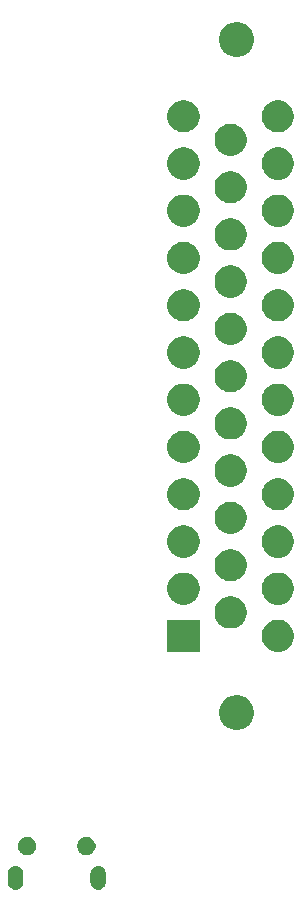
<source format=gbr>
G04 #@! TF.GenerationSoftware,KiCad,Pcbnew,5.0.0-fee4fd1~66~ubuntu16.04.1*
G04 #@! TF.CreationDate,2019-03-17T00:35:17-04:00*
G04 #@! TF.ProjectId,sensing_board,73656E73696E675F626F6172642E6B69,rev?*
G04 #@! TF.SameCoordinates,Original*
G04 #@! TF.FileFunction,Soldermask,Bot*
G04 #@! TF.FilePolarity,Negative*
%FSLAX46Y46*%
G04 Gerber Fmt 4.6, Leading zero omitted, Abs format (unit mm)*
G04 Created by KiCad (PCBNEW 5.0.0-fee4fd1~66~ubuntu16.04.1) date Sun Mar 17 00:35:17 2019*
%MOMM*%
%LPD*%
G01*
G04 APERTURE LIST*
%ADD10C,0.100000*%
G04 APERTURE END LIST*
D10*
G36*
X197466178Y-135157500D02*
X197547987Y-135182317D01*
X197588893Y-135194725D01*
X197689051Y-135248261D01*
X197701986Y-135255175D01*
X197801113Y-135336527D01*
X197882465Y-135435654D01*
X197882466Y-135435656D01*
X197942915Y-135548747D01*
X197942916Y-135548750D01*
X197980140Y-135671462D01*
X197989560Y-135767107D01*
X197989560Y-136531053D01*
X197980140Y-136626698D01*
X197955323Y-136708507D01*
X197942915Y-136749413D01*
X197889379Y-136849571D01*
X197882465Y-136862506D01*
X197801113Y-136961633D01*
X197701985Y-137042985D01*
X197649342Y-137071123D01*
X197588892Y-137103435D01*
X197547986Y-137115843D01*
X197466177Y-137140660D01*
X197338560Y-137153229D01*
X197210942Y-137140660D01*
X197129133Y-137115843D01*
X197088227Y-137103435D01*
X196975136Y-137042986D01*
X196975134Y-137042985D01*
X196876007Y-136961633D01*
X196794655Y-136862505D01*
X196734206Y-136749413D01*
X196734205Y-136749412D01*
X196696981Y-136626699D01*
X196696980Y-136626697D01*
X196687560Y-136531052D01*
X196687560Y-135767107D01*
X196696980Y-135671462D01*
X196734205Y-135548748D01*
X196794656Y-135435654D01*
X196876008Y-135336527D01*
X196975135Y-135255175D01*
X196988070Y-135248261D01*
X197088228Y-135194725D01*
X197129134Y-135182317D01*
X197210943Y-135157500D01*
X197338560Y-135144931D01*
X197466178Y-135157500D01*
X197466178Y-135157500D01*
G37*
G36*
X204466177Y-135157500D02*
X204547986Y-135182317D01*
X204588892Y-135194725D01*
X204649342Y-135227037D01*
X204701985Y-135255175D01*
X204801113Y-135336527D01*
X204882465Y-135435654D01*
X204882466Y-135435656D01*
X204942915Y-135548747D01*
X204942916Y-135548750D01*
X204980140Y-135671462D01*
X204989560Y-135767107D01*
X204989560Y-136531053D01*
X204980140Y-136626698D01*
X204955323Y-136708507D01*
X204942915Y-136749413D01*
X204889379Y-136849571D01*
X204882465Y-136862506D01*
X204801113Y-136961633D01*
X204701986Y-137042985D01*
X204701984Y-137042986D01*
X204588893Y-137103435D01*
X204547987Y-137115843D01*
X204466178Y-137140660D01*
X204338560Y-137153229D01*
X204210943Y-137140660D01*
X204129134Y-137115843D01*
X204088228Y-137103435D01*
X203975137Y-137042986D01*
X203975135Y-137042985D01*
X203876008Y-136961633D01*
X203794656Y-136862506D01*
X203734205Y-136749412D01*
X203696980Y-136626698D01*
X203687560Y-136531053D01*
X203687560Y-135767108D01*
X203696980Y-135671463D01*
X203721797Y-135589654D01*
X203734205Y-135548748D01*
X203766517Y-135488298D01*
X203794655Y-135435655D01*
X203876007Y-135336527D01*
X203975134Y-135255175D01*
X203988069Y-135248261D01*
X204088227Y-135194725D01*
X204129133Y-135182317D01*
X204210942Y-135157500D01*
X204338560Y-135144931D01*
X204466177Y-135157500D01*
X204466177Y-135157500D01*
G37*
G36*
X203564909Y-132702900D02*
X203564912Y-132702901D01*
X203564911Y-132702901D01*
X203706134Y-132761397D01*
X203706135Y-132761398D01*
X203833234Y-132846323D01*
X203941317Y-132954406D01*
X203941319Y-132954409D01*
X204026243Y-133081506D01*
X204071487Y-133190737D01*
X204084740Y-133222731D01*
X204114560Y-133372649D01*
X204114560Y-133525511D01*
X204084740Y-133675429D01*
X204084739Y-133675431D01*
X204026243Y-133816654D01*
X204026242Y-133816655D01*
X203941317Y-133943754D01*
X203833234Y-134051837D01*
X203833231Y-134051839D01*
X203706134Y-134136763D01*
X203596903Y-134182007D01*
X203564909Y-134195260D01*
X203414991Y-134225080D01*
X203262129Y-134225080D01*
X203112211Y-134195260D01*
X203080217Y-134182007D01*
X202970986Y-134136763D01*
X202843889Y-134051839D01*
X202843886Y-134051837D01*
X202735803Y-133943754D01*
X202650878Y-133816655D01*
X202650877Y-133816654D01*
X202592381Y-133675431D01*
X202592380Y-133675429D01*
X202562560Y-133525511D01*
X202562560Y-133372649D01*
X202592380Y-133222731D01*
X202605633Y-133190737D01*
X202650877Y-133081506D01*
X202735801Y-132954409D01*
X202735803Y-132954406D01*
X202843886Y-132846323D01*
X202970985Y-132761398D01*
X202970986Y-132761397D01*
X203112209Y-132702901D01*
X203112208Y-132702901D01*
X203112211Y-132702900D01*
X203262129Y-132673080D01*
X203414991Y-132673080D01*
X203564909Y-132702900D01*
X203564909Y-132702900D01*
G37*
G36*
X198564909Y-132702900D02*
X198564912Y-132702901D01*
X198564911Y-132702901D01*
X198706134Y-132761397D01*
X198706135Y-132761398D01*
X198833234Y-132846323D01*
X198941317Y-132954406D01*
X198941319Y-132954409D01*
X199026243Y-133081506D01*
X199071487Y-133190737D01*
X199084740Y-133222731D01*
X199114560Y-133372649D01*
X199114560Y-133525511D01*
X199084740Y-133675429D01*
X199084739Y-133675431D01*
X199026243Y-133816654D01*
X199026242Y-133816655D01*
X198941317Y-133943754D01*
X198833234Y-134051837D01*
X198833231Y-134051839D01*
X198706134Y-134136763D01*
X198596903Y-134182007D01*
X198564909Y-134195260D01*
X198414991Y-134225080D01*
X198262129Y-134225080D01*
X198112211Y-134195260D01*
X198080217Y-134182007D01*
X197970986Y-134136763D01*
X197843889Y-134051839D01*
X197843886Y-134051837D01*
X197735803Y-133943754D01*
X197650878Y-133816655D01*
X197650877Y-133816654D01*
X197592381Y-133675431D01*
X197592380Y-133675429D01*
X197562560Y-133525511D01*
X197562560Y-133372649D01*
X197592380Y-133222731D01*
X197605633Y-133190737D01*
X197650877Y-133081506D01*
X197735801Y-132954409D01*
X197735803Y-132954406D01*
X197843886Y-132846323D01*
X197970985Y-132761398D01*
X197970986Y-132761397D01*
X198112209Y-132702901D01*
X198112208Y-132702901D01*
X198112211Y-132702900D01*
X198262129Y-132673080D01*
X198414991Y-132673080D01*
X198564909Y-132702900D01*
X198564909Y-132702900D01*
G37*
G36*
X216492211Y-120747241D02*
X216760829Y-120858506D01*
X217002578Y-121020038D01*
X217208162Y-121225622D01*
X217369694Y-121467371D01*
X217480959Y-121735989D01*
X217537680Y-122021145D01*
X217537680Y-122311895D01*
X217480959Y-122597051D01*
X217369694Y-122865669D01*
X217208162Y-123107418D01*
X217002578Y-123313002D01*
X216760829Y-123474534D01*
X216492211Y-123585799D01*
X216207055Y-123642520D01*
X215916305Y-123642520D01*
X215631149Y-123585799D01*
X215362531Y-123474534D01*
X215120782Y-123313002D01*
X214915198Y-123107418D01*
X214753666Y-122865669D01*
X214642401Y-122597051D01*
X214585680Y-122311895D01*
X214585680Y-122021145D01*
X214642401Y-121735989D01*
X214753666Y-121467371D01*
X214915198Y-121225622D01*
X215120782Y-121020038D01*
X215362531Y-120858506D01*
X215631149Y-120747241D01*
X215916305Y-120690520D01*
X216207055Y-120690520D01*
X216492211Y-120747241D01*
X216492211Y-120747241D01*
G37*
G36*
X212925180Y-117030020D02*
X210198180Y-117030020D01*
X210198180Y-114303020D01*
X212925180Y-114303020D01*
X212925180Y-117030020D01*
X212925180Y-117030020D01*
G37*
G36*
X219959395Y-114355418D02*
X219959397Y-114355419D01*
X219959398Y-114355419D01*
X220207539Y-114458202D01*
X220207540Y-114458203D01*
X220430863Y-114607423D01*
X220620777Y-114797337D01*
X220620779Y-114797340D01*
X220769998Y-115020661D01*
X220872781Y-115268802D01*
X220925180Y-115532227D01*
X220925180Y-115800813D01*
X220872781Y-116064238D01*
X220769998Y-116312379D01*
X220769997Y-116312380D01*
X220620777Y-116535703D01*
X220430863Y-116725617D01*
X220430860Y-116725619D01*
X220207539Y-116874838D01*
X219959398Y-116977621D01*
X219959397Y-116977621D01*
X219959395Y-116977622D01*
X219695974Y-117030020D01*
X219427386Y-117030020D01*
X219163965Y-116977622D01*
X219163963Y-116977621D01*
X219163962Y-116977621D01*
X218915821Y-116874838D01*
X218692500Y-116725619D01*
X218692497Y-116725617D01*
X218502583Y-116535703D01*
X218353363Y-116312380D01*
X218353362Y-116312379D01*
X218250579Y-116064238D01*
X218198180Y-115800813D01*
X218198180Y-115532227D01*
X218250579Y-115268802D01*
X218353362Y-115020661D01*
X218502581Y-114797340D01*
X218502583Y-114797337D01*
X218692497Y-114607423D01*
X218915820Y-114458203D01*
X218915821Y-114458202D01*
X219163962Y-114355419D01*
X219163963Y-114355419D01*
X219163965Y-114355418D01*
X219427386Y-114303020D01*
X219695974Y-114303020D01*
X219959395Y-114355418D01*
X219959395Y-114355418D01*
G37*
G36*
X215959395Y-112355418D02*
X215959397Y-112355419D01*
X215959398Y-112355419D01*
X216207539Y-112458202D01*
X216207540Y-112458203D01*
X216430863Y-112607423D01*
X216620777Y-112797337D01*
X216620779Y-112797340D01*
X216769998Y-113020661D01*
X216872781Y-113268802D01*
X216925180Y-113532227D01*
X216925180Y-113800813D01*
X216872781Y-114064238D01*
X216769998Y-114312379D01*
X216769997Y-114312380D01*
X216620777Y-114535703D01*
X216430863Y-114725617D01*
X216430860Y-114725619D01*
X216207539Y-114874838D01*
X215959398Y-114977621D01*
X215959397Y-114977621D01*
X215959395Y-114977622D01*
X215695974Y-115030020D01*
X215427386Y-115030020D01*
X215163965Y-114977622D01*
X215163963Y-114977621D01*
X215163962Y-114977621D01*
X214915821Y-114874838D01*
X214692500Y-114725619D01*
X214692497Y-114725617D01*
X214502583Y-114535703D01*
X214353363Y-114312380D01*
X214353362Y-114312379D01*
X214250579Y-114064238D01*
X214198180Y-113800813D01*
X214198180Y-113532227D01*
X214250579Y-113268802D01*
X214353362Y-113020661D01*
X214502581Y-112797340D01*
X214502583Y-112797337D01*
X214692497Y-112607423D01*
X214915820Y-112458203D01*
X214915821Y-112458202D01*
X215163962Y-112355419D01*
X215163963Y-112355419D01*
X215163965Y-112355418D01*
X215427386Y-112303020D01*
X215695974Y-112303020D01*
X215959395Y-112355418D01*
X215959395Y-112355418D01*
G37*
G36*
X211959395Y-110355418D02*
X211959397Y-110355419D01*
X211959398Y-110355419D01*
X212207539Y-110458202D01*
X212207540Y-110458203D01*
X212430863Y-110607423D01*
X212620777Y-110797337D01*
X212620779Y-110797340D01*
X212769998Y-111020661D01*
X212872781Y-111268802D01*
X212925180Y-111532227D01*
X212925180Y-111800813D01*
X212872781Y-112064238D01*
X212769998Y-112312379D01*
X212769997Y-112312380D01*
X212620777Y-112535703D01*
X212430863Y-112725617D01*
X212430860Y-112725619D01*
X212207539Y-112874838D01*
X211959398Y-112977621D01*
X211959397Y-112977621D01*
X211959395Y-112977622D01*
X211695974Y-113030020D01*
X211427386Y-113030020D01*
X211163965Y-112977622D01*
X211163963Y-112977621D01*
X211163962Y-112977621D01*
X210915821Y-112874838D01*
X210692500Y-112725619D01*
X210692497Y-112725617D01*
X210502583Y-112535703D01*
X210353363Y-112312380D01*
X210353362Y-112312379D01*
X210250579Y-112064238D01*
X210198180Y-111800813D01*
X210198180Y-111532227D01*
X210250579Y-111268802D01*
X210353362Y-111020661D01*
X210502581Y-110797340D01*
X210502583Y-110797337D01*
X210692497Y-110607423D01*
X210915820Y-110458203D01*
X210915821Y-110458202D01*
X211163962Y-110355419D01*
X211163963Y-110355419D01*
X211163965Y-110355418D01*
X211427386Y-110303020D01*
X211695974Y-110303020D01*
X211959395Y-110355418D01*
X211959395Y-110355418D01*
G37*
G36*
X219959395Y-110355418D02*
X219959397Y-110355419D01*
X219959398Y-110355419D01*
X220207539Y-110458202D01*
X220207540Y-110458203D01*
X220430863Y-110607423D01*
X220620777Y-110797337D01*
X220620779Y-110797340D01*
X220769998Y-111020661D01*
X220872781Y-111268802D01*
X220925180Y-111532227D01*
X220925180Y-111800813D01*
X220872781Y-112064238D01*
X220769998Y-112312379D01*
X220769997Y-112312380D01*
X220620777Y-112535703D01*
X220430863Y-112725617D01*
X220430860Y-112725619D01*
X220207539Y-112874838D01*
X219959398Y-112977621D01*
X219959397Y-112977621D01*
X219959395Y-112977622D01*
X219695974Y-113030020D01*
X219427386Y-113030020D01*
X219163965Y-112977622D01*
X219163963Y-112977621D01*
X219163962Y-112977621D01*
X218915821Y-112874838D01*
X218692500Y-112725619D01*
X218692497Y-112725617D01*
X218502583Y-112535703D01*
X218353363Y-112312380D01*
X218353362Y-112312379D01*
X218250579Y-112064238D01*
X218198180Y-111800813D01*
X218198180Y-111532227D01*
X218250579Y-111268802D01*
X218353362Y-111020661D01*
X218502581Y-110797340D01*
X218502583Y-110797337D01*
X218692497Y-110607423D01*
X218915820Y-110458203D01*
X218915821Y-110458202D01*
X219163962Y-110355419D01*
X219163963Y-110355419D01*
X219163965Y-110355418D01*
X219427386Y-110303020D01*
X219695974Y-110303020D01*
X219959395Y-110355418D01*
X219959395Y-110355418D01*
G37*
G36*
X215959395Y-108355418D02*
X215959397Y-108355419D01*
X215959398Y-108355419D01*
X216207539Y-108458202D01*
X216207540Y-108458203D01*
X216430863Y-108607423D01*
X216620777Y-108797337D01*
X216620779Y-108797340D01*
X216769998Y-109020661D01*
X216872781Y-109268802D01*
X216925180Y-109532227D01*
X216925180Y-109800813D01*
X216872781Y-110064238D01*
X216769998Y-110312379D01*
X216769997Y-110312380D01*
X216620777Y-110535703D01*
X216430863Y-110725617D01*
X216430860Y-110725619D01*
X216207539Y-110874838D01*
X215959398Y-110977621D01*
X215959397Y-110977621D01*
X215959395Y-110977622D01*
X215695974Y-111030020D01*
X215427386Y-111030020D01*
X215163965Y-110977622D01*
X215163963Y-110977621D01*
X215163962Y-110977621D01*
X214915821Y-110874838D01*
X214692500Y-110725619D01*
X214692497Y-110725617D01*
X214502583Y-110535703D01*
X214353363Y-110312380D01*
X214353362Y-110312379D01*
X214250579Y-110064238D01*
X214198180Y-109800813D01*
X214198180Y-109532227D01*
X214250579Y-109268802D01*
X214353362Y-109020661D01*
X214502581Y-108797340D01*
X214502583Y-108797337D01*
X214692497Y-108607423D01*
X214915820Y-108458203D01*
X214915821Y-108458202D01*
X215163962Y-108355419D01*
X215163963Y-108355419D01*
X215163965Y-108355418D01*
X215427386Y-108303020D01*
X215695974Y-108303020D01*
X215959395Y-108355418D01*
X215959395Y-108355418D01*
G37*
G36*
X219959395Y-106355418D02*
X219959397Y-106355419D01*
X219959398Y-106355419D01*
X220207539Y-106458202D01*
X220207540Y-106458203D01*
X220430863Y-106607423D01*
X220620777Y-106797337D01*
X220620779Y-106797340D01*
X220769998Y-107020661D01*
X220872781Y-107268802D01*
X220925180Y-107532227D01*
X220925180Y-107800813D01*
X220872781Y-108064238D01*
X220769998Y-108312379D01*
X220769997Y-108312380D01*
X220620777Y-108535703D01*
X220430863Y-108725617D01*
X220430860Y-108725619D01*
X220207539Y-108874838D01*
X219959398Y-108977621D01*
X219959397Y-108977621D01*
X219959395Y-108977622D01*
X219695974Y-109030020D01*
X219427386Y-109030020D01*
X219163965Y-108977622D01*
X219163963Y-108977621D01*
X219163962Y-108977621D01*
X218915821Y-108874838D01*
X218692500Y-108725619D01*
X218692497Y-108725617D01*
X218502583Y-108535703D01*
X218353363Y-108312380D01*
X218353362Y-108312379D01*
X218250579Y-108064238D01*
X218198180Y-107800813D01*
X218198180Y-107532227D01*
X218250579Y-107268802D01*
X218353362Y-107020661D01*
X218502581Y-106797340D01*
X218502583Y-106797337D01*
X218692497Y-106607423D01*
X218915820Y-106458203D01*
X218915821Y-106458202D01*
X219163962Y-106355419D01*
X219163963Y-106355419D01*
X219163965Y-106355418D01*
X219427386Y-106303020D01*
X219695974Y-106303020D01*
X219959395Y-106355418D01*
X219959395Y-106355418D01*
G37*
G36*
X211959395Y-106355418D02*
X211959397Y-106355419D01*
X211959398Y-106355419D01*
X212207539Y-106458202D01*
X212207540Y-106458203D01*
X212430863Y-106607423D01*
X212620777Y-106797337D01*
X212620779Y-106797340D01*
X212769998Y-107020661D01*
X212872781Y-107268802D01*
X212925180Y-107532227D01*
X212925180Y-107800813D01*
X212872781Y-108064238D01*
X212769998Y-108312379D01*
X212769997Y-108312380D01*
X212620777Y-108535703D01*
X212430863Y-108725617D01*
X212430860Y-108725619D01*
X212207539Y-108874838D01*
X211959398Y-108977621D01*
X211959397Y-108977621D01*
X211959395Y-108977622D01*
X211695974Y-109030020D01*
X211427386Y-109030020D01*
X211163965Y-108977622D01*
X211163963Y-108977621D01*
X211163962Y-108977621D01*
X210915821Y-108874838D01*
X210692500Y-108725619D01*
X210692497Y-108725617D01*
X210502583Y-108535703D01*
X210353363Y-108312380D01*
X210353362Y-108312379D01*
X210250579Y-108064238D01*
X210198180Y-107800813D01*
X210198180Y-107532227D01*
X210250579Y-107268802D01*
X210353362Y-107020661D01*
X210502581Y-106797340D01*
X210502583Y-106797337D01*
X210692497Y-106607423D01*
X210915820Y-106458203D01*
X210915821Y-106458202D01*
X211163962Y-106355419D01*
X211163963Y-106355419D01*
X211163965Y-106355418D01*
X211427386Y-106303020D01*
X211695974Y-106303020D01*
X211959395Y-106355418D01*
X211959395Y-106355418D01*
G37*
G36*
X215959395Y-104355418D02*
X215959397Y-104355419D01*
X215959398Y-104355419D01*
X216207539Y-104458202D01*
X216207540Y-104458203D01*
X216430863Y-104607423D01*
X216620777Y-104797337D01*
X216620779Y-104797340D01*
X216769998Y-105020661D01*
X216872781Y-105268802D01*
X216925180Y-105532227D01*
X216925180Y-105800813D01*
X216872781Y-106064238D01*
X216769998Y-106312379D01*
X216769997Y-106312380D01*
X216620777Y-106535703D01*
X216430863Y-106725617D01*
X216430860Y-106725619D01*
X216207539Y-106874838D01*
X215959398Y-106977621D01*
X215959397Y-106977621D01*
X215959395Y-106977622D01*
X215695974Y-107030020D01*
X215427386Y-107030020D01*
X215163965Y-106977622D01*
X215163963Y-106977621D01*
X215163962Y-106977621D01*
X214915821Y-106874838D01*
X214692500Y-106725619D01*
X214692497Y-106725617D01*
X214502583Y-106535703D01*
X214353363Y-106312380D01*
X214353362Y-106312379D01*
X214250579Y-106064238D01*
X214198180Y-105800813D01*
X214198180Y-105532227D01*
X214250579Y-105268802D01*
X214353362Y-105020661D01*
X214502581Y-104797340D01*
X214502583Y-104797337D01*
X214692497Y-104607423D01*
X214915820Y-104458203D01*
X214915821Y-104458202D01*
X215163962Y-104355419D01*
X215163963Y-104355419D01*
X215163965Y-104355418D01*
X215427386Y-104303020D01*
X215695974Y-104303020D01*
X215959395Y-104355418D01*
X215959395Y-104355418D01*
G37*
G36*
X219959395Y-102355418D02*
X219959397Y-102355419D01*
X219959398Y-102355419D01*
X220207539Y-102458202D01*
X220207540Y-102458203D01*
X220430863Y-102607423D01*
X220620777Y-102797337D01*
X220620779Y-102797340D01*
X220769998Y-103020661D01*
X220872781Y-103268802D01*
X220925180Y-103532227D01*
X220925180Y-103800813D01*
X220872781Y-104064238D01*
X220769998Y-104312379D01*
X220769997Y-104312380D01*
X220620777Y-104535703D01*
X220430863Y-104725617D01*
X220430860Y-104725619D01*
X220207539Y-104874838D01*
X219959398Y-104977621D01*
X219959397Y-104977621D01*
X219959395Y-104977622D01*
X219695974Y-105030020D01*
X219427386Y-105030020D01*
X219163965Y-104977622D01*
X219163963Y-104977621D01*
X219163962Y-104977621D01*
X218915821Y-104874838D01*
X218692500Y-104725619D01*
X218692497Y-104725617D01*
X218502583Y-104535703D01*
X218353363Y-104312380D01*
X218353362Y-104312379D01*
X218250579Y-104064238D01*
X218198180Y-103800813D01*
X218198180Y-103532227D01*
X218250579Y-103268802D01*
X218353362Y-103020661D01*
X218502581Y-102797340D01*
X218502583Y-102797337D01*
X218692497Y-102607423D01*
X218915820Y-102458203D01*
X218915821Y-102458202D01*
X219163962Y-102355419D01*
X219163963Y-102355419D01*
X219163965Y-102355418D01*
X219427386Y-102303020D01*
X219695974Y-102303020D01*
X219959395Y-102355418D01*
X219959395Y-102355418D01*
G37*
G36*
X211959395Y-102355418D02*
X211959397Y-102355419D01*
X211959398Y-102355419D01*
X212207539Y-102458202D01*
X212207540Y-102458203D01*
X212430863Y-102607423D01*
X212620777Y-102797337D01*
X212620779Y-102797340D01*
X212769998Y-103020661D01*
X212872781Y-103268802D01*
X212925180Y-103532227D01*
X212925180Y-103800813D01*
X212872781Y-104064238D01*
X212769998Y-104312379D01*
X212769997Y-104312380D01*
X212620777Y-104535703D01*
X212430863Y-104725617D01*
X212430860Y-104725619D01*
X212207539Y-104874838D01*
X211959398Y-104977621D01*
X211959397Y-104977621D01*
X211959395Y-104977622D01*
X211695974Y-105030020D01*
X211427386Y-105030020D01*
X211163965Y-104977622D01*
X211163963Y-104977621D01*
X211163962Y-104977621D01*
X210915821Y-104874838D01*
X210692500Y-104725619D01*
X210692497Y-104725617D01*
X210502583Y-104535703D01*
X210353363Y-104312380D01*
X210353362Y-104312379D01*
X210250579Y-104064238D01*
X210198180Y-103800813D01*
X210198180Y-103532227D01*
X210250579Y-103268802D01*
X210353362Y-103020661D01*
X210502581Y-102797340D01*
X210502583Y-102797337D01*
X210692497Y-102607423D01*
X210915820Y-102458203D01*
X210915821Y-102458202D01*
X211163962Y-102355419D01*
X211163963Y-102355419D01*
X211163965Y-102355418D01*
X211427386Y-102303020D01*
X211695974Y-102303020D01*
X211959395Y-102355418D01*
X211959395Y-102355418D01*
G37*
G36*
X215959395Y-100355418D02*
X215959397Y-100355419D01*
X215959398Y-100355419D01*
X216207539Y-100458202D01*
X216207540Y-100458203D01*
X216430863Y-100607423D01*
X216620777Y-100797337D01*
X216620779Y-100797340D01*
X216769998Y-101020661D01*
X216872781Y-101268802D01*
X216925180Y-101532227D01*
X216925180Y-101800813D01*
X216872781Y-102064238D01*
X216769998Y-102312379D01*
X216769997Y-102312380D01*
X216620777Y-102535703D01*
X216430863Y-102725617D01*
X216430860Y-102725619D01*
X216207539Y-102874838D01*
X215959398Y-102977621D01*
X215959397Y-102977621D01*
X215959395Y-102977622D01*
X215695974Y-103030020D01*
X215427386Y-103030020D01*
X215163965Y-102977622D01*
X215163963Y-102977621D01*
X215163962Y-102977621D01*
X214915821Y-102874838D01*
X214692500Y-102725619D01*
X214692497Y-102725617D01*
X214502583Y-102535703D01*
X214353363Y-102312380D01*
X214353362Y-102312379D01*
X214250579Y-102064238D01*
X214198180Y-101800813D01*
X214198180Y-101532227D01*
X214250579Y-101268802D01*
X214353362Y-101020661D01*
X214502581Y-100797340D01*
X214502583Y-100797337D01*
X214692497Y-100607423D01*
X214915820Y-100458203D01*
X214915821Y-100458202D01*
X215163962Y-100355419D01*
X215163963Y-100355419D01*
X215163965Y-100355418D01*
X215427386Y-100303020D01*
X215695974Y-100303020D01*
X215959395Y-100355418D01*
X215959395Y-100355418D01*
G37*
G36*
X219959395Y-98355418D02*
X219959397Y-98355419D01*
X219959398Y-98355419D01*
X220207539Y-98458202D01*
X220207540Y-98458203D01*
X220430863Y-98607423D01*
X220620777Y-98797337D01*
X220620779Y-98797340D01*
X220769998Y-99020661D01*
X220872781Y-99268802D01*
X220925180Y-99532227D01*
X220925180Y-99800813D01*
X220872781Y-100064238D01*
X220769998Y-100312379D01*
X220769997Y-100312380D01*
X220620777Y-100535703D01*
X220430863Y-100725617D01*
X220430860Y-100725619D01*
X220207539Y-100874838D01*
X219959398Y-100977621D01*
X219959397Y-100977621D01*
X219959395Y-100977622D01*
X219695974Y-101030020D01*
X219427386Y-101030020D01*
X219163965Y-100977622D01*
X219163963Y-100977621D01*
X219163962Y-100977621D01*
X218915821Y-100874838D01*
X218692500Y-100725619D01*
X218692497Y-100725617D01*
X218502583Y-100535703D01*
X218353363Y-100312380D01*
X218353362Y-100312379D01*
X218250579Y-100064238D01*
X218198180Y-99800813D01*
X218198180Y-99532227D01*
X218250579Y-99268802D01*
X218353362Y-99020661D01*
X218502581Y-98797340D01*
X218502583Y-98797337D01*
X218692497Y-98607423D01*
X218915820Y-98458203D01*
X218915821Y-98458202D01*
X219163962Y-98355419D01*
X219163963Y-98355419D01*
X219163965Y-98355418D01*
X219427386Y-98303020D01*
X219695974Y-98303020D01*
X219959395Y-98355418D01*
X219959395Y-98355418D01*
G37*
G36*
X211959395Y-98355418D02*
X211959397Y-98355419D01*
X211959398Y-98355419D01*
X212207539Y-98458202D01*
X212207540Y-98458203D01*
X212430863Y-98607423D01*
X212620777Y-98797337D01*
X212620779Y-98797340D01*
X212769998Y-99020661D01*
X212872781Y-99268802D01*
X212925180Y-99532227D01*
X212925180Y-99800813D01*
X212872781Y-100064238D01*
X212769998Y-100312379D01*
X212769997Y-100312380D01*
X212620777Y-100535703D01*
X212430863Y-100725617D01*
X212430860Y-100725619D01*
X212207539Y-100874838D01*
X211959398Y-100977621D01*
X211959397Y-100977621D01*
X211959395Y-100977622D01*
X211695974Y-101030020D01*
X211427386Y-101030020D01*
X211163965Y-100977622D01*
X211163963Y-100977621D01*
X211163962Y-100977621D01*
X210915821Y-100874838D01*
X210692500Y-100725619D01*
X210692497Y-100725617D01*
X210502583Y-100535703D01*
X210353363Y-100312380D01*
X210353362Y-100312379D01*
X210250579Y-100064238D01*
X210198180Y-99800813D01*
X210198180Y-99532227D01*
X210250579Y-99268802D01*
X210353362Y-99020661D01*
X210502581Y-98797340D01*
X210502583Y-98797337D01*
X210692497Y-98607423D01*
X210915820Y-98458203D01*
X210915821Y-98458202D01*
X211163962Y-98355419D01*
X211163963Y-98355419D01*
X211163965Y-98355418D01*
X211427386Y-98303020D01*
X211695974Y-98303020D01*
X211959395Y-98355418D01*
X211959395Y-98355418D01*
G37*
G36*
X215959395Y-96355418D02*
X215959397Y-96355419D01*
X215959398Y-96355419D01*
X216207539Y-96458202D01*
X216207540Y-96458203D01*
X216430863Y-96607423D01*
X216620777Y-96797337D01*
X216620779Y-96797340D01*
X216769998Y-97020661D01*
X216872781Y-97268802D01*
X216925180Y-97532227D01*
X216925180Y-97800813D01*
X216872781Y-98064238D01*
X216769998Y-98312379D01*
X216769997Y-98312380D01*
X216620777Y-98535703D01*
X216430863Y-98725617D01*
X216430860Y-98725619D01*
X216207539Y-98874838D01*
X215959398Y-98977621D01*
X215959397Y-98977621D01*
X215959395Y-98977622D01*
X215695974Y-99030020D01*
X215427386Y-99030020D01*
X215163965Y-98977622D01*
X215163963Y-98977621D01*
X215163962Y-98977621D01*
X214915821Y-98874838D01*
X214692500Y-98725619D01*
X214692497Y-98725617D01*
X214502583Y-98535703D01*
X214353363Y-98312380D01*
X214353362Y-98312379D01*
X214250579Y-98064238D01*
X214198180Y-97800813D01*
X214198180Y-97532227D01*
X214250579Y-97268802D01*
X214353362Y-97020661D01*
X214502581Y-96797340D01*
X214502583Y-96797337D01*
X214692497Y-96607423D01*
X214915820Y-96458203D01*
X214915821Y-96458202D01*
X215163962Y-96355419D01*
X215163963Y-96355419D01*
X215163965Y-96355418D01*
X215427386Y-96303020D01*
X215695974Y-96303020D01*
X215959395Y-96355418D01*
X215959395Y-96355418D01*
G37*
G36*
X219959395Y-94355418D02*
X219959397Y-94355419D01*
X219959398Y-94355419D01*
X220207539Y-94458202D01*
X220207540Y-94458203D01*
X220430863Y-94607423D01*
X220620777Y-94797337D01*
X220620779Y-94797340D01*
X220769998Y-95020661D01*
X220872781Y-95268802D01*
X220925180Y-95532227D01*
X220925180Y-95800813D01*
X220872781Y-96064238D01*
X220769998Y-96312379D01*
X220769997Y-96312380D01*
X220620777Y-96535703D01*
X220430863Y-96725617D01*
X220430860Y-96725619D01*
X220207539Y-96874838D01*
X219959398Y-96977621D01*
X219959397Y-96977621D01*
X219959395Y-96977622D01*
X219695974Y-97030020D01*
X219427386Y-97030020D01*
X219163965Y-96977622D01*
X219163963Y-96977621D01*
X219163962Y-96977621D01*
X218915821Y-96874838D01*
X218692500Y-96725619D01*
X218692497Y-96725617D01*
X218502583Y-96535703D01*
X218353363Y-96312380D01*
X218353362Y-96312379D01*
X218250579Y-96064238D01*
X218198180Y-95800813D01*
X218198180Y-95532227D01*
X218250579Y-95268802D01*
X218353362Y-95020661D01*
X218502581Y-94797340D01*
X218502583Y-94797337D01*
X218692497Y-94607423D01*
X218915820Y-94458203D01*
X218915821Y-94458202D01*
X219163962Y-94355419D01*
X219163963Y-94355419D01*
X219163965Y-94355418D01*
X219427386Y-94303020D01*
X219695974Y-94303020D01*
X219959395Y-94355418D01*
X219959395Y-94355418D01*
G37*
G36*
X211959395Y-94355418D02*
X211959397Y-94355419D01*
X211959398Y-94355419D01*
X212207539Y-94458202D01*
X212207540Y-94458203D01*
X212430863Y-94607423D01*
X212620777Y-94797337D01*
X212620779Y-94797340D01*
X212769998Y-95020661D01*
X212872781Y-95268802D01*
X212925180Y-95532227D01*
X212925180Y-95800813D01*
X212872781Y-96064238D01*
X212769998Y-96312379D01*
X212769997Y-96312380D01*
X212620777Y-96535703D01*
X212430863Y-96725617D01*
X212430860Y-96725619D01*
X212207539Y-96874838D01*
X211959398Y-96977621D01*
X211959397Y-96977621D01*
X211959395Y-96977622D01*
X211695974Y-97030020D01*
X211427386Y-97030020D01*
X211163965Y-96977622D01*
X211163963Y-96977621D01*
X211163962Y-96977621D01*
X210915821Y-96874838D01*
X210692500Y-96725619D01*
X210692497Y-96725617D01*
X210502583Y-96535703D01*
X210353363Y-96312380D01*
X210353362Y-96312379D01*
X210250579Y-96064238D01*
X210198180Y-95800813D01*
X210198180Y-95532227D01*
X210250579Y-95268802D01*
X210353362Y-95020661D01*
X210502581Y-94797340D01*
X210502583Y-94797337D01*
X210692497Y-94607423D01*
X210915820Y-94458203D01*
X210915821Y-94458202D01*
X211163962Y-94355419D01*
X211163963Y-94355419D01*
X211163965Y-94355418D01*
X211427386Y-94303020D01*
X211695974Y-94303020D01*
X211959395Y-94355418D01*
X211959395Y-94355418D01*
G37*
G36*
X215959395Y-92355418D02*
X215959397Y-92355419D01*
X215959398Y-92355419D01*
X216207539Y-92458202D01*
X216207540Y-92458203D01*
X216430863Y-92607423D01*
X216620777Y-92797337D01*
X216620779Y-92797340D01*
X216769998Y-93020661D01*
X216872781Y-93268802D01*
X216925180Y-93532227D01*
X216925180Y-93800813D01*
X216872781Y-94064238D01*
X216769998Y-94312379D01*
X216769997Y-94312380D01*
X216620777Y-94535703D01*
X216430863Y-94725617D01*
X216430860Y-94725619D01*
X216207539Y-94874838D01*
X215959398Y-94977621D01*
X215959397Y-94977621D01*
X215959395Y-94977622D01*
X215695974Y-95030020D01*
X215427386Y-95030020D01*
X215163965Y-94977622D01*
X215163963Y-94977621D01*
X215163962Y-94977621D01*
X214915821Y-94874838D01*
X214692500Y-94725619D01*
X214692497Y-94725617D01*
X214502583Y-94535703D01*
X214353363Y-94312380D01*
X214353362Y-94312379D01*
X214250579Y-94064238D01*
X214198180Y-93800813D01*
X214198180Y-93532227D01*
X214250579Y-93268802D01*
X214353362Y-93020661D01*
X214502581Y-92797340D01*
X214502583Y-92797337D01*
X214692497Y-92607423D01*
X214915820Y-92458203D01*
X214915821Y-92458202D01*
X215163962Y-92355419D01*
X215163963Y-92355419D01*
X215163965Y-92355418D01*
X215427386Y-92303020D01*
X215695974Y-92303020D01*
X215959395Y-92355418D01*
X215959395Y-92355418D01*
G37*
G36*
X211959395Y-90355418D02*
X211959397Y-90355419D01*
X211959398Y-90355419D01*
X212207539Y-90458202D01*
X212207540Y-90458203D01*
X212430863Y-90607423D01*
X212620777Y-90797337D01*
X212620779Y-90797340D01*
X212769998Y-91020661D01*
X212872781Y-91268802D01*
X212925180Y-91532227D01*
X212925180Y-91800813D01*
X212872781Y-92064238D01*
X212769998Y-92312379D01*
X212769997Y-92312380D01*
X212620777Y-92535703D01*
X212430863Y-92725617D01*
X212430860Y-92725619D01*
X212207539Y-92874838D01*
X211959398Y-92977621D01*
X211959397Y-92977621D01*
X211959395Y-92977622D01*
X211695974Y-93030020D01*
X211427386Y-93030020D01*
X211163965Y-92977622D01*
X211163963Y-92977621D01*
X211163962Y-92977621D01*
X210915821Y-92874838D01*
X210692500Y-92725619D01*
X210692497Y-92725617D01*
X210502583Y-92535703D01*
X210353363Y-92312380D01*
X210353362Y-92312379D01*
X210250579Y-92064238D01*
X210198180Y-91800813D01*
X210198180Y-91532227D01*
X210250579Y-91268802D01*
X210353362Y-91020661D01*
X210502581Y-90797340D01*
X210502583Y-90797337D01*
X210692497Y-90607423D01*
X210915820Y-90458203D01*
X210915821Y-90458202D01*
X211163962Y-90355419D01*
X211163963Y-90355419D01*
X211163965Y-90355418D01*
X211427386Y-90303020D01*
X211695974Y-90303020D01*
X211959395Y-90355418D01*
X211959395Y-90355418D01*
G37*
G36*
X219959395Y-90355418D02*
X219959397Y-90355419D01*
X219959398Y-90355419D01*
X220207539Y-90458202D01*
X220207540Y-90458203D01*
X220430863Y-90607423D01*
X220620777Y-90797337D01*
X220620779Y-90797340D01*
X220769998Y-91020661D01*
X220872781Y-91268802D01*
X220925180Y-91532227D01*
X220925180Y-91800813D01*
X220872781Y-92064238D01*
X220769998Y-92312379D01*
X220769997Y-92312380D01*
X220620777Y-92535703D01*
X220430863Y-92725617D01*
X220430860Y-92725619D01*
X220207539Y-92874838D01*
X219959398Y-92977621D01*
X219959397Y-92977621D01*
X219959395Y-92977622D01*
X219695974Y-93030020D01*
X219427386Y-93030020D01*
X219163965Y-92977622D01*
X219163963Y-92977621D01*
X219163962Y-92977621D01*
X218915821Y-92874838D01*
X218692500Y-92725619D01*
X218692497Y-92725617D01*
X218502583Y-92535703D01*
X218353363Y-92312380D01*
X218353362Y-92312379D01*
X218250579Y-92064238D01*
X218198180Y-91800813D01*
X218198180Y-91532227D01*
X218250579Y-91268802D01*
X218353362Y-91020661D01*
X218502581Y-90797340D01*
X218502583Y-90797337D01*
X218692497Y-90607423D01*
X218915820Y-90458203D01*
X218915821Y-90458202D01*
X219163962Y-90355419D01*
X219163963Y-90355419D01*
X219163965Y-90355418D01*
X219427386Y-90303020D01*
X219695974Y-90303020D01*
X219959395Y-90355418D01*
X219959395Y-90355418D01*
G37*
G36*
X215959395Y-88355418D02*
X215959397Y-88355419D01*
X215959398Y-88355419D01*
X216207539Y-88458202D01*
X216207540Y-88458203D01*
X216430863Y-88607423D01*
X216620777Y-88797337D01*
X216620779Y-88797340D01*
X216769998Y-89020661D01*
X216872781Y-89268802D01*
X216925180Y-89532227D01*
X216925180Y-89800813D01*
X216872781Y-90064238D01*
X216769998Y-90312379D01*
X216769997Y-90312380D01*
X216620777Y-90535703D01*
X216430863Y-90725617D01*
X216430860Y-90725619D01*
X216207539Y-90874838D01*
X215959398Y-90977621D01*
X215959397Y-90977621D01*
X215959395Y-90977622D01*
X215695974Y-91030020D01*
X215427386Y-91030020D01*
X215163965Y-90977622D01*
X215163963Y-90977621D01*
X215163962Y-90977621D01*
X214915821Y-90874838D01*
X214692500Y-90725619D01*
X214692497Y-90725617D01*
X214502583Y-90535703D01*
X214353363Y-90312380D01*
X214353362Y-90312379D01*
X214250579Y-90064238D01*
X214198180Y-89800813D01*
X214198180Y-89532227D01*
X214250579Y-89268802D01*
X214353362Y-89020661D01*
X214502581Y-88797340D01*
X214502583Y-88797337D01*
X214692497Y-88607423D01*
X214915820Y-88458203D01*
X214915821Y-88458202D01*
X215163962Y-88355419D01*
X215163963Y-88355419D01*
X215163965Y-88355418D01*
X215427386Y-88303020D01*
X215695974Y-88303020D01*
X215959395Y-88355418D01*
X215959395Y-88355418D01*
G37*
G36*
X211959395Y-86355418D02*
X211959397Y-86355419D01*
X211959398Y-86355419D01*
X212207539Y-86458202D01*
X212207540Y-86458203D01*
X212430863Y-86607423D01*
X212620777Y-86797337D01*
X212620779Y-86797340D01*
X212769998Y-87020661D01*
X212872781Y-87268802D01*
X212925180Y-87532227D01*
X212925180Y-87800813D01*
X212872781Y-88064238D01*
X212769998Y-88312379D01*
X212769997Y-88312380D01*
X212620777Y-88535703D01*
X212430863Y-88725617D01*
X212430860Y-88725619D01*
X212207539Y-88874838D01*
X211959398Y-88977621D01*
X211959397Y-88977621D01*
X211959395Y-88977622D01*
X211695974Y-89030020D01*
X211427386Y-89030020D01*
X211163965Y-88977622D01*
X211163963Y-88977621D01*
X211163962Y-88977621D01*
X210915821Y-88874838D01*
X210692500Y-88725619D01*
X210692497Y-88725617D01*
X210502583Y-88535703D01*
X210353363Y-88312380D01*
X210353362Y-88312379D01*
X210250579Y-88064238D01*
X210198180Y-87800813D01*
X210198180Y-87532227D01*
X210250579Y-87268802D01*
X210353362Y-87020661D01*
X210502581Y-86797340D01*
X210502583Y-86797337D01*
X210692497Y-86607423D01*
X210915820Y-86458203D01*
X210915821Y-86458202D01*
X211163962Y-86355419D01*
X211163963Y-86355419D01*
X211163965Y-86355418D01*
X211427386Y-86303020D01*
X211695974Y-86303020D01*
X211959395Y-86355418D01*
X211959395Y-86355418D01*
G37*
G36*
X219959395Y-86355418D02*
X219959397Y-86355419D01*
X219959398Y-86355419D01*
X220207539Y-86458202D01*
X220207540Y-86458203D01*
X220430863Y-86607423D01*
X220620777Y-86797337D01*
X220620779Y-86797340D01*
X220769998Y-87020661D01*
X220872781Y-87268802D01*
X220925180Y-87532227D01*
X220925180Y-87800813D01*
X220872781Y-88064238D01*
X220769998Y-88312379D01*
X220769997Y-88312380D01*
X220620777Y-88535703D01*
X220430863Y-88725617D01*
X220430860Y-88725619D01*
X220207539Y-88874838D01*
X219959398Y-88977621D01*
X219959397Y-88977621D01*
X219959395Y-88977622D01*
X219695974Y-89030020D01*
X219427386Y-89030020D01*
X219163965Y-88977622D01*
X219163963Y-88977621D01*
X219163962Y-88977621D01*
X218915821Y-88874838D01*
X218692500Y-88725619D01*
X218692497Y-88725617D01*
X218502583Y-88535703D01*
X218353363Y-88312380D01*
X218353362Y-88312379D01*
X218250579Y-88064238D01*
X218198180Y-87800813D01*
X218198180Y-87532227D01*
X218250579Y-87268802D01*
X218353362Y-87020661D01*
X218502581Y-86797340D01*
X218502583Y-86797337D01*
X218692497Y-86607423D01*
X218915820Y-86458203D01*
X218915821Y-86458202D01*
X219163962Y-86355419D01*
X219163963Y-86355419D01*
X219163965Y-86355418D01*
X219427386Y-86303020D01*
X219695974Y-86303020D01*
X219959395Y-86355418D01*
X219959395Y-86355418D01*
G37*
G36*
X215959395Y-84355418D02*
X215959397Y-84355419D01*
X215959398Y-84355419D01*
X216207539Y-84458202D01*
X216207540Y-84458203D01*
X216430863Y-84607423D01*
X216620777Y-84797337D01*
X216620779Y-84797340D01*
X216769998Y-85020661D01*
X216872781Y-85268802D01*
X216925180Y-85532227D01*
X216925180Y-85800813D01*
X216872781Y-86064238D01*
X216769998Y-86312379D01*
X216769997Y-86312380D01*
X216620777Y-86535703D01*
X216430863Y-86725617D01*
X216430860Y-86725619D01*
X216207539Y-86874838D01*
X215959398Y-86977621D01*
X215959397Y-86977621D01*
X215959395Y-86977622D01*
X215695974Y-87030020D01*
X215427386Y-87030020D01*
X215163965Y-86977622D01*
X215163963Y-86977621D01*
X215163962Y-86977621D01*
X214915821Y-86874838D01*
X214692500Y-86725619D01*
X214692497Y-86725617D01*
X214502583Y-86535703D01*
X214353363Y-86312380D01*
X214353362Y-86312379D01*
X214250579Y-86064238D01*
X214198180Y-85800813D01*
X214198180Y-85532227D01*
X214250579Y-85268802D01*
X214353362Y-85020661D01*
X214502581Y-84797340D01*
X214502583Y-84797337D01*
X214692497Y-84607423D01*
X214915820Y-84458203D01*
X214915821Y-84458202D01*
X215163962Y-84355419D01*
X215163963Y-84355419D01*
X215163965Y-84355418D01*
X215427386Y-84303020D01*
X215695974Y-84303020D01*
X215959395Y-84355418D01*
X215959395Y-84355418D01*
G37*
G36*
X211959395Y-82355418D02*
X211959397Y-82355419D01*
X211959398Y-82355419D01*
X212207539Y-82458202D01*
X212207540Y-82458203D01*
X212430863Y-82607423D01*
X212620777Y-82797337D01*
X212620779Y-82797340D01*
X212769998Y-83020661D01*
X212872781Y-83268802D01*
X212925180Y-83532227D01*
X212925180Y-83800813D01*
X212872781Y-84064238D01*
X212769998Y-84312379D01*
X212769997Y-84312380D01*
X212620777Y-84535703D01*
X212430863Y-84725617D01*
X212430860Y-84725619D01*
X212207539Y-84874838D01*
X211959398Y-84977621D01*
X211959397Y-84977621D01*
X211959395Y-84977622D01*
X211695974Y-85030020D01*
X211427386Y-85030020D01*
X211163965Y-84977622D01*
X211163963Y-84977621D01*
X211163962Y-84977621D01*
X210915821Y-84874838D01*
X210692500Y-84725619D01*
X210692497Y-84725617D01*
X210502583Y-84535703D01*
X210353363Y-84312380D01*
X210353362Y-84312379D01*
X210250579Y-84064238D01*
X210198180Y-83800813D01*
X210198180Y-83532227D01*
X210250579Y-83268802D01*
X210353362Y-83020661D01*
X210502581Y-82797340D01*
X210502583Y-82797337D01*
X210692497Y-82607423D01*
X210915820Y-82458203D01*
X210915821Y-82458202D01*
X211163962Y-82355419D01*
X211163963Y-82355419D01*
X211163965Y-82355418D01*
X211427386Y-82303020D01*
X211695974Y-82303020D01*
X211959395Y-82355418D01*
X211959395Y-82355418D01*
G37*
G36*
X219959395Y-82355418D02*
X219959397Y-82355419D01*
X219959398Y-82355419D01*
X220207539Y-82458202D01*
X220207540Y-82458203D01*
X220430863Y-82607423D01*
X220620777Y-82797337D01*
X220620779Y-82797340D01*
X220769998Y-83020661D01*
X220872781Y-83268802D01*
X220925180Y-83532227D01*
X220925180Y-83800813D01*
X220872781Y-84064238D01*
X220769998Y-84312379D01*
X220769997Y-84312380D01*
X220620777Y-84535703D01*
X220430863Y-84725617D01*
X220430860Y-84725619D01*
X220207539Y-84874838D01*
X219959398Y-84977621D01*
X219959397Y-84977621D01*
X219959395Y-84977622D01*
X219695974Y-85030020D01*
X219427386Y-85030020D01*
X219163965Y-84977622D01*
X219163963Y-84977621D01*
X219163962Y-84977621D01*
X218915821Y-84874838D01*
X218692500Y-84725619D01*
X218692497Y-84725617D01*
X218502583Y-84535703D01*
X218353363Y-84312380D01*
X218353362Y-84312379D01*
X218250579Y-84064238D01*
X218198180Y-83800813D01*
X218198180Y-83532227D01*
X218250579Y-83268802D01*
X218353362Y-83020661D01*
X218502581Y-82797340D01*
X218502583Y-82797337D01*
X218692497Y-82607423D01*
X218915820Y-82458203D01*
X218915821Y-82458202D01*
X219163962Y-82355419D01*
X219163963Y-82355419D01*
X219163965Y-82355418D01*
X219427386Y-82303020D01*
X219695974Y-82303020D01*
X219959395Y-82355418D01*
X219959395Y-82355418D01*
G37*
G36*
X215959395Y-80355418D02*
X215959397Y-80355419D01*
X215959398Y-80355419D01*
X216207539Y-80458202D01*
X216207540Y-80458203D01*
X216430863Y-80607423D01*
X216620777Y-80797337D01*
X216620779Y-80797340D01*
X216769998Y-81020661D01*
X216872781Y-81268802D01*
X216925180Y-81532227D01*
X216925180Y-81800813D01*
X216872781Y-82064238D01*
X216769998Y-82312379D01*
X216769997Y-82312380D01*
X216620777Y-82535703D01*
X216430863Y-82725617D01*
X216430860Y-82725619D01*
X216207539Y-82874838D01*
X215959398Y-82977621D01*
X215959397Y-82977621D01*
X215959395Y-82977622D01*
X215695974Y-83030020D01*
X215427386Y-83030020D01*
X215163965Y-82977622D01*
X215163963Y-82977621D01*
X215163962Y-82977621D01*
X214915821Y-82874838D01*
X214692500Y-82725619D01*
X214692497Y-82725617D01*
X214502583Y-82535703D01*
X214353363Y-82312380D01*
X214353362Y-82312379D01*
X214250579Y-82064238D01*
X214198180Y-81800813D01*
X214198180Y-81532227D01*
X214250579Y-81268802D01*
X214353362Y-81020661D01*
X214502581Y-80797340D01*
X214502583Y-80797337D01*
X214692497Y-80607423D01*
X214915820Y-80458203D01*
X214915821Y-80458202D01*
X215163962Y-80355419D01*
X215163963Y-80355419D01*
X215163965Y-80355418D01*
X215427386Y-80303020D01*
X215695974Y-80303020D01*
X215959395Y-80355418D01*
X215959395Y-80355418D01*
G37*
G36*
X211959395Y-78355418D02*
X211959397Y-78355419D01*
X211959398Y-78355419D01*
X212207539Y-78458202D01*
X212207540Y-78458203D01*
X212430863Y-78607423D01*
X212620777Y-78797337D01*
X212620779Y-78797340D01*
X212769998Y-79020661D01*
X212872781Y-79268802D01*
X212925180Y-79532227D01*
X212925180Y-79800813D01*
X212872781Y-80064238D01*
X212769998Y-80312379D01*
X212769997Y-80312380D01*
X212620777Y-80535703D01*
X212430863Y-80725617D01*
X212430860Y-80725619D01*
X212207539Y-80874838D01*
X211959398Y-80977621D01*
X211959397Y-80977621D01*
X211959395Y-80977622D01*
X211695974Y-81030020D01*
X211427386Y-81030020D01*
X211163965Y-80977622D01*
X211163963Y-80977621D01*
X211163962Y-80977621D01*
X210915821Y-80874838D01*
X210692500Y-80725619D01*
X210692497Y-80725617D01*
X210502583Y-80535703D01*
X210353363Y-80312380D01*
X210353362Y-80312379D01*
X210250579Y-80064238D01*
X210198180Y-79800813D01*
X210198180Y-79532227D01*
X210250579Y-79268802D01*
X210353362Y-79020661D01*
X210502581Y-78797340D01*
X210502583Y-78797337D01*
X210692497Y-78607423D01*
X210915820Y-78458203D01*
X210915821Y-78458202D01*
X211163962Y-78355419D01*
X211163963Y-78355419D01*
X211163965Y-78355418D01*
X211427386Y-78303020D01*
X211695974Y-78303020D01*
X211959395Y-78355418D01*
X211959395Y-78355418D01*
G37*
G36*
X219959395Y-78355418D02*
X219959397Y-78355419D01*
X219959398Y-78355419D01*
X220207539Y-78458202D01*
X220207540Y-78458203D01*
X220430863Y-78607423D01*
X220620777Y-78797337D01*
X220620779Y-78797340D01*
X220769998Y-79020661D01*
X220872781Y-79268802D01*
X220925180Y-79532227D01*
X220925180Y-79800813D01*
X220872781Y-80064238D01*
X220769998Y-80312379D01*
X220769997Y-80312380D01*
X220620777Y-80535703D01*
X220430863Y-80725617D01*
X220430860Y-80725619D01*
X220207539Y-80874838D01*
X219959398Y-80977621D01*
X219959397Y-80977621D01*
X219959395Y-80977622D01*
X219695974Y-81030020D01*
X219427386Y-81030020D01*
X219163965Y-80977622D01*
X219163963Y-80977621D01*
X219163962Y-80977621D01*
X218915821Y-80874838D01*
X218692500Y-80725619D01*
X218692497Y-80725617D01*
X218502583Y-80535703D01*
X218353363Y-80312380D01*
X218353362Y-80312379D01*
X218250579Y-80064238D01*
X218198180Y-79800813D01*
X218198180Y-79532227D01*
X218250579Y-79268802D01*
X218353362Y-79020661D01*
X218502581Y-78797340D01*
X218502583Y-78797337D01*
X218692497Y-78607423D01*
X218915820Y-78458203D01*
X218915821Y-78458202D01*
X219163962Y-78355419D01*
X219163963Y-78355419D01*
X219163965Y-78355418D01*
X219427386Y-78303020D01*
X219695974Y-78303020D01*
X219959395Y-78355418D01*
X219959395Y-78355418D01*
G37*
G36*
X215959395Y-76355418D02*
X215959397Y-76355419D01*
X215959398Y-76355419D01*
X216207539Y-76458202D01*
X216207540Y-76458203D01*
X216430863Y-76607423D01*
X216620777Y-76797337D01*
X216620779Y-76797340D01*
X216769998Y-77020661D01*
X216872781Y-77268802D01*
X216925180Y-77532227D01*
X216925180Y-77800813D01*
X216872781Y-78064238D01*
X216769998Y-78312379D01*
X216769997Y-78312380D01*
X216620777Y-78535703D01*
X216430863Y-78725617D01*
X216430860Y-78725619D01*
X216207539Y-78874838D01*
X215959398Y-78977621D01*
X215959397Y-78977621D01*
X215959395Y-78977622D01*
X215695974Y-79030020D01*
X215427386Y-79030020D01*
X215163965Y-78977622D01*
X215163963Y-78977621D01*
X215163962Y-78977621D01*
X214915821Y-78874838D01*
X214692500Y-78725619D01*
X214692497Y-78725617D01*
X214502583Y-78535703D01*
X214353363Y-78312380D01*
X214353362Y-78312379D01*
X214250579Y-78064238D01*
X214198180Y-77800813D01*
X214198180Y-77532227D01*
X214250579Y-77268802D01*
X214353362Y-77020661D01*
X214502581Y-76797340D01*
X214502583Y-76797337D01*
X214692497Y-76607423D01*
X214915820Y-76458203D01*
X214915821Y-76458202D01*
X215163962Y-76355419D01*
X215163963Y-76355419D01*
X215163965Y-76355418D01*
X215427386Y-76303020D01*
X215695974Y-76303020D01*
X215959395Y-76355418D01*
X215959395Y-76355418D01*
G37*
G36*
X219959395Y-74355418D02*
X219959397Y-74355419D01*
X219959398Y-74355419D01*
X220207539Y-74458202D01*
X220207540Y-74458203D01*
X220430863Y-74607423D01*
X220620777Y-74797337D01*
X220620779Y-74797340D01*
X220769998Y-75020661D01*
X220872781Y-75268802D01*
X220925180Y-75532227D01*
X220925180Y-75800813D01*
X220872781Y-76064238D01*
X220769998Y-76312379D01*
X220769997Y-76312380D01*
X220620777Y-76535703D01*
X220430863Y-76725617D01*
X220430860Y-76725619D01*
X220207539Y-76874838D01*
X219959398Y-76977621D01*
X219959397Y-76977621D01*
X219959395Y-76977622D01*
X219695974Y-77030020D01*
X219427386Y-77030020D01*
X219163965Y-76977622D01*
X219163963Y-76977621D01*
X219163962Y-76977621D01*
X218915821Y-76874838D01*
X218692500Y-76725619D01*
X218692497Y-76725617D01*
X218502583Y-76535703D01*
X218353363Y-76312380D01*
X218353362Y-76312379D01*
X218250579Y-76064238D01*
X218198180Y-75800813D01*
X218198180Y-75532227D01*
X218250579Y-75268802D01*
X218353362Y-75020661D01*
X218502581Y-74797340D01*
X218502583Y-74797337D01*
X218692497Y-74607423D01*
X218915820Y-74458203D01*
X218915821Y-74458202D01*
X219163962Y-74355419D01*
X219163963Y-74355419D01*
X219163965Y-74355418D01*
X219427386Y-74303020D01*
X219695974Y-74303020D01*
X219959395Y-74355418D01*
X219959395Y-74355418D01*
G37*
G36*
X211959395Y-74355418D02*
X211959397Y-74355419D01*
X211959398Y-74355419D01*
X212207539Y-74458202D01*
X212207540Y-74458203D01*
X212430863Y-74607423D01*
X212620777Y-74797337D01*
X212620779Y-74797340D01*
X212769998Y-75020661D01*
X212872781Y-75268802D01*
X212925180Y-75532227D01*
X212925180Y-75800813D01*
X212872781Y-76064238D01*
X212769998Y-76312379D01*
X212769997Y-76312380D01*
X212620777Y-76535703D01*
X212430863Y-76725617D01*
X212430860Y-76725619D01*
X212207539Y-76874838D01*
X211959398Y-76977621D01*
X211959397Y-76977621D01*
X211959395Y-76977622D01*
X211695974Y-77030020D01*
X211427386Y-77030020D01*
X211163965Y-76977622D01*
X211163963Y-76977621D01*
X211163962Y-76977621D01*
X210915821Y-76874838D01*
X210692500Y-76725619D01*
X210692497Y-76725617D01*
X210502583Y-76535703D01*
X210353363Y-76312380D01*
X210353362Y-76312379D01*
X210250579Y-76064238D01*
X210198180Y-75800813D01*
X210198180Y-75532227D01*
X210250579Y-75268802D01*
X210353362Y-75020661D01*
X210502581Y-74797340D01*
X210502583Y-74797337D01*
X210692497Y-74607423D01*
X210915820Y-74458203D01*
X210915821Y-74458202D01*
X211163962Y-74355419D01*
X211163963Y-74355419D01*
X211163965Y-74355418D01*
X211427386Y-74303020D01*
X211695974Y-74303020D01*
X211959395Y-74355418D01*
X211959395Y-74355418D01*
G37*
G36*
X215959395Y-72355418D02*
X215959397Y-72355419D01*
X215959398Y-72355419D01*
X216207539Y-72458202D01*
X216207540Y-72458203D01*
X216430863Y-72607423D01*
X216620777Y-72797337D01*
X216620779Y-72797340D01*
X216769998Y-73020661D01*
X216872781Y-73268802D01*
X216925180Y-73532227D01*
X216925180Y-73800813D01*
X216872781Y-74064238D01*
X216769998Y-74312379D01*
X216769997Y-74312380D01*
X216620777Y-74535703D01*
X216430863Y-74725617D01*
X216430860Y-74725619D01*
X216207539Y-74874838D01*
X215959398Y-74977621D01*
X215959397Y-74977621D01*
X215959395Y-74977622D01*
X215695974Y-75030020D01*
X215427386Y-75030020D01*
X215163965Y-74977622D01*
X215163963Y-74977621D01*
X215163962Y-74977621D01*
X214915821Y-74874838D01*
X214692500Y-74725619D01*
X214692497Y-74725617D01*
X214502583Y-74535703D01*
X214353363Y-74312380D01*
X214353362Y-74312379D01*
X214250579Y-74064238D01*
X214198180Y-73800813D01*
X214198180Y-73532227D01*
X214250579Y-73268802D01*
X214353362Y-73020661D01*
X214502581Y-72797340D01*
X214502583Y-72797337D01*
X214692497Y-72607423D01*
X214915820Y-72458203D01*
X214915821Y-72458202D01*
X215163962Y-72355419D01*
X215163963Y-72355419D01*
X215163965Y-72355418D01*
X215427386Y-72303020D01*
X215695974Y-72303020D01*
X215959395Y-72355418D01*
X215959395Y-72355418D01*
G37*
G36*
X211959395Y-70355418D02*
X211959397Y-70355419D01*
X211959398Y-70355419D01*
X212207539Y-70458202D01*
X212207540Y-70458203D01*
X212430863Y-70607423D01*
X212620777Y-70797337D01*
X212620779Y-70797340D01*
X212769998Y-71020661D01*
X212872781Y-71268802D01*
X212925180Y-71532227D01*
X212925180Y-71800813D01*
X212872781Y-72064238D01*
X212769998Y-72312379D01*
X212769997Y-72312380D01*
X212620777Y-72535703D01*
X212430863Y-72725617D01*
X212430860Y-72725619D01*
X212207539Y-72874838D01*
X211959398Y-72977621D01*
X211959397Y-72977621D01*
X211959395Y-72977622D01*
X211695974Y-73030020D01*
X211427386Y-73030020D01*
X211163965Y-72977622D01*
X211163963Y-72977621D01*
X211163962Y-72977621D01*
X210915821Y-72874838D01*
X210692500Y-72725619D01*
X210692497Y-72725617D01*
X210502583Y-72535703D01*
X210353363Y-72312380D01*
X210353362Y-72312379D01*
X210250579Y-72064238D01*
X210198180Y-71800813D01*
X210198180Y-71532227D01*
X210250579Y-71268802D01*
X210353362Y-71020661D01*
X210502581Y-70797340D01*
X210502583Y-70797337D01*
X210692497Y-70607423D01*
X210915820Y-70458203D01*
X210915821Y-70458202D01*
X211163962Y-70355419D01*
X211163963Y-70355419D01*
X211163965Y-70355418D01*
X211427386Y-70303020D01*
X211695974Y-70303020D01*
X211959395Y-70355418D01*
X211959395Y-70355418D01*
G37*
G36*
X219959395Y-70355418D02*
X219959397Y-70355419D01*
X219959398Y-70355419D01*
X220207539Y-70458202D01*
X220207540Y-70458203D01*
X220430863Y-70607423D01*
X220620777Y-70797337D01*
X220620779Y-70797340D01*
X220769998Y-71020661D01*
X220872781Y-71268802D01*
X220925180Y-71532227D01*
X220925180Y-71800813D01*
X220872781Y-72064238D01*
X220769998Y-72312379D01*
X220769997Y-72312380D01*
X220620777Y-72535703D01*
X220430863Y-72725617D01*
X220430860Y-72725619D01*
X220207539Y-72874838D01*
X219959398Y-72977621D01*
X219959397Y-72977621D01*
X219959395Y-72977622D01*
X219695974Y-73030020D01*
X219427386Y-73030020D01*
X219163965Y-72977622D01*
X219163963Y-72977621D01*
X219163962Y-72977621D01*
X218915821Y-72874838D01*
X218692500Y-72725619D01*
X218692497Y-72725617D01*
X218502583Y-72535703D01*
X218353363Y-72312380D01*
X218353362Y-72312379D01*
X218250579Y-72064238D01*
X218198180Y-71800813D01*
X218198180Y-71532227D01*
X218250579Y-71268802D01*
X218353362Y-71020661D01*
X218502581Y-70797340D01*
X218502583Y-70797337D01*
X218692497Y-70607423D01*
X218915820Y-70458203D01*
X218915821Y-70458202D01*
X219163962Y-70355419D01*
X219163963Y-70355419D01*
X219163965Y-70355418D01*
X219427386Y-70303020D01*
X219695974Y-70303020D01*
X219959395Y-70355418D01*
X219959395Y-70355418D01*
G37*
G36*
X216492211Y-63747241D02*
X216760829Y-63858506D01*
X217002578Y-64020038D01*
X217208162Y-64225622D01*
X217369694Y-64467371D01*
X217480959Y-64735989D01*
X217537680Y-65021145D01*
X217537680Y-65311895D01*
X217480959Y-65597051D01*
X217369694Y-65865669D01*
X217208162Y-66107418D01*
X217002578Y-66313002D01*
X216760829Y-66474534D01*
X216492211Y-66585799D01*
X216207055Y-66642520D01*
X215916305Y-66642520D01*
X215631149Y-66585799D01*
X215362531Y-66474534D01*
X215120782Y-66313002D01*
X214915198Y-66107418D01*
X214753666Y-65865669D01*
X214642401Y-65597051D01*
X214585680Y-65311895D01*
X214585680Y-65021145D01*
X214642401Y-64735989D01*
X214753666Y-64467371D01*
X214915198Y-64225622D01*
X215120782Y-64020038D01*
X215362531Y-63858506D01*
X215631149Y-63747241D01*
X215916305Y-63690520D01*
X216207055Y-63690520D01*
X216492211Y-63747241D01*
X216492211Y-63747241D01*
G37*
M02*

</source>
